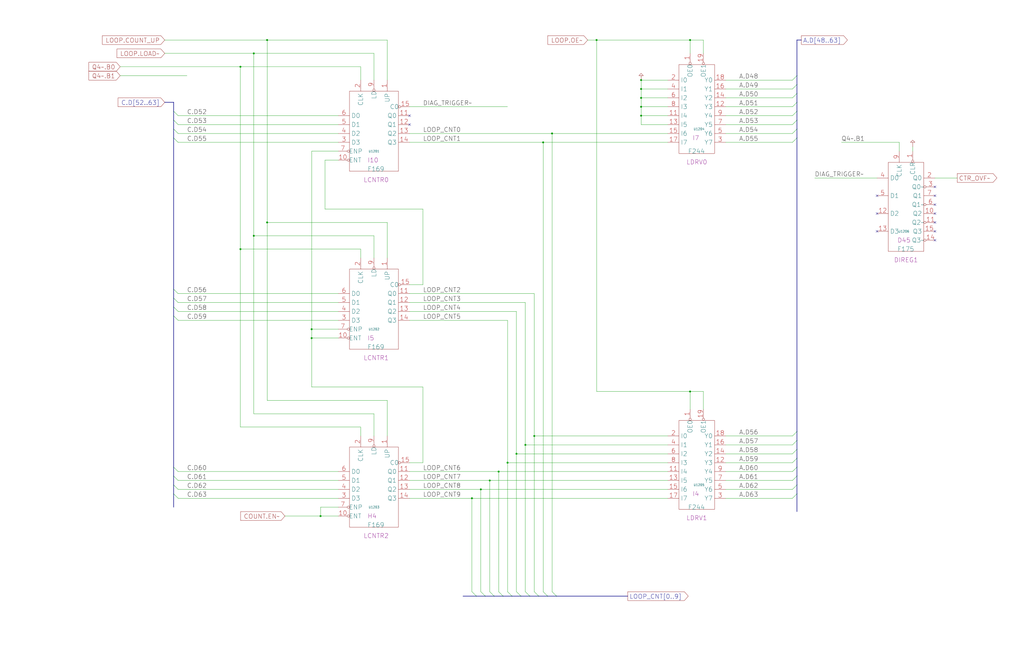
<source format=kicad_sch>
(kicad_sch (version 20211123) (generator eeschema)
  (paper "User" 584.2 378.46)
  (title_block (title "COUNTER LOGIC") (date "22-MAR-90") (rev "1.0") (comment 1 "VALUE") (comment 2 "232-003063") (comment 3 "S400") (comment 4 "RELEASED"))
  (lib_symbols
    (symbol "r1000:F169" (pin_names (offset 1.016))
      (property "Reference" "U" (at 2.54 5.08 0))
      (property "Value" "F169" (at -1.27 -5.08 0))
      (property "Location" "___" (at -1.27 0 0))
      (property "Name" "______" (at 3.81 -12.7 0))
      (symbol "F169_1_1"
        (circle (center -12.065 0) (radius 0.635))
        (circle (center -12.065 5.08) (radius 0.635))
        (rectangle (start -11.43 39.37) (end 16.51 -6.35))
        (circle (center 2.54 40.005) (radius 0.635))
        (circle (center 17.145 30.48) (radius 0.635))
        (pin input line (at 10.16 45.72 270) (length 6.35) (name "UP") (number "1"))
        (pin input line (at -17.78 0 0) (length 5.08) (name "ENT") (number "10"))
        (pin output line (at 22.86 25.4 180) (length 6.35) (name "Q0") (number "11"))
        (pin output line (at 22.86 20.32 180) (length 6.35) (name "Q1") (number "12"))
        (pin output line (at 22.86 15.24 180) (length 6.35) (name "Q2") (number "13"))
        (pin output line (at 22.86 10.16 180) (length 6.35) (name "Q3") (number "14"))
        (pin output line (at 22.86 30.48 180) (length 5.08) (name "C0") (number "15"))
        (pin input line (at -5.08 45.72 270) (length 6.35) (name "CLK") (number "2"))
        (pin input line (at -17.78 10.16 0) (length 6.35) (name "D3") (number "3"))
        (pin input line (at -17.78 15.24 0) (length 6.35) (name "D2") (number "4"))
        (pin input line (at -17.78 20.32 0) (length 6.35) (name "D1") (number "5"))
        (pin input line (at -17.78 25.4 0) (length 6.35) (name "D0") (number "6"))
        (pin input line (at -17.78 5.08 0) (length 5.08) (name "ENP") (number "7"))
        (pin input line (at 2.54 45.72 270) (length 5.08) (name "LD") (number "9"))
      )
    )
    (symbol "r1000:F175" (pin_names (offset 1.016))
      (property "Reference" "U" (at 2.54 5.08 0))
      (property "Value" "F175" (at -1.27 -5.08 0))
      (property "Location" "___" (at -1.27 0 0))
      (property "Name" "______" (at 3.81 -12.7 0))
      (symbol "F175_1_1"
        (rectangle (start -6.35 44.45) (end 13.97 -6.35))
        (circle (center 7.62 45.085) (radius 0.635))
        (circle (center 14.605 0) (radius 0.635))
        (circle (center 14.605 10.16) (radius 0.635))
        (circle (center 14.605 20.32) (radius 0.635))
        (circle (center 14.605 30.48) (radius 0.635))
        (pin input line (at 7.62 50.8 270) (length 5.08) (name "CLR") (number "1"))
        (pin output line (at 20.32 15.24 180) (length 6.35) (name "Q2") (number "10"))
        (pin output line (at 20.32 10.16 180) (length 5.08) (name "Q2~") (number "11"))
        (pin input line (at -12.7 15.24 0) (length 6.35) (name "D2") (number "12"))
        (pin input line (at -12.7 5.08 0) (length 6.35) (name "D3") (number "13"))
        (pin output line (at 20.32 0 180) (length 5.08) (name "Q3~") (number "14"))
        (pin output line (at 20.32 5.08 180) (length 6.35) (name "Q3") (number "15"))
        (pin output line (at 20.32 35.56 180) (length 6.35) (name "Q0") (number "2"))
        (pin output line (at 20.32 30.48 180) (length 5.08) (name "Q0~") (number "3"))
        (pin input line (at -12.7 35.56 0) (length 6.35) (name "D0") (number "4"))
        (pin input line (at -12.7 25.4 0) (length 6.35) (name "D1") (number "5"))
        (pin output line (at 20.32 20.32 180) (length 5.08) (name "Q1~") (number "6"))
        (pin output line (at 20.32 25.4 180) (length 6.35) (name "Q1") (number "7"))
        (pin input line (at 0 50.8 270) (length 6.35) (name "CLK") (number "9"))
      )
    )
    (symbol "r1000:F244" (pin_names (offset 1.016))
      (property "Reference" "U" (at 2.54 5.08 0))
      (property "Value" "F244" (at -3.81 -7.62 0))
      (property "Location" "___" (at -1.27 0 0))
      (property "Name" "______" (at 1.27 -15.24 0))
      (symbol "F244_1_1"
        (rectangle (start -8.89 41.91) (end 11.43 -8.89))
        (circle (center -2.54 42.545) (radius 0.635))
        (circle (center 5.08 42.545) (radius 0.635))
        (pin input line (at -2.54 48.26 270) (length 5.08) (name "OE0") (number "1"))
        (pin input line (at -15.24 12.7 0) (length 6.35) (name "I4") (number "11"))
        (pin tri_state line (at 17.78 17.78 180) (length 6.35) (name "Y3") (number "12"))
        (pin input line (at -15.24 7.62 0) (length 6.35) (name "I5") (number "13"))
        (pin tri_state line (at 17.78 22.86 180) (length 6.35) (name "Y2") (number "14"))
        (pin input line (at -15.24 2.54 0) (length 6.35) (name "I6") (number "15"))
        (pin tri_state line (at 17.78 27.94 180) (length 6.35) (name "Y1") (number "16"))
        (pin input line (at -15.24 -2.54 0) (length 6.35) (name "I7") (number "17"))
        (pin tri_state line (at 17.78 33.02 180) (length 6.35) (name "Y0") (number "18"))
        (pin input line (at 5.08 48.26 270) (length 5.08) (name "OE1") (number "19"))
        (pin input line (at -15.24 33.02 0) (length 6.35) (name "I0") (number "2"))
        (pin tri_state line (at 17.78 -2.54 180) (length 6.35) (name "Y7") (number "3"))
        (pin input line (at -15.24 27.94 0) (length 6.35) (name "I1") (number "4"))
        (pin tri_state line (at 17.78 2.54 180) (length 6.35) (name "Y6") (number "5"))
        (pin input line (at -15.24 22.86 0) (length 6.35) (name "I2") (number "6"))
        (pin tri_state line (at 17.78 7.62 180) (length 6.35) (name "Y5") (number "7"))
        (pin input line (at -15.24 17.78 0) (length 6.35) (name "I3") (number "8"))
        (pin tri_state line (at 17.78 12.7 180) (length 6.35) (name "Y4") (number "9"))
      )
    )
    (symbol "r1000:PU" (power) (pin_numbers hide) (pin_names hide)
      (symbol "PU_0_1"
        (polyline (pts (xy 0 2.54) (xy -1.27 2.54) (xy 0 3.81) (xy 1.27 2.54) (xy 0 2.54)) (stroke (width 0.1524)))
      )
      (symbol "PU_1_1"
        (pin power_in line (at 0 0 90) (length 2.54) (name "PU") (number "1"))
      )
    )
  )
  (bus (pts (xy 264.16 340.36) (xy 271.78 340.36)))
  (bus (pts (xy 271.78 340.36) (xy 276.86 340.36)))
  (bus (pts (xy 276.86 340.36) (xy 281.94 340.36)))
  (bus (pts (xy 281.94 340.36) (xy 287.02 340.36)))
  (bus (pts (xy 287.02 340.36) (xy 292.1 340.36)))
  (bus (pts (xy 292.1 340.36) (xy 297.18 340.36)))
  (bus (pts (xy 297.18 340.36) (xy 302.26 340.36)))
  (bus (pts (xy 302.26 340.36) (xy 307.34 340.36)))
  (bus (pts (xy 307.34 340.36) (xy 312.42 340.36)))
  (bus (pts (xy 312.42 340.36) (xy 317.5 340.36)))
  (bus (pts (xy 317.5 340.36) (xy 358.14 340.36)))
  (bus (pts (xy 454.66 22.86) (xy 454.66 43.18)))
  (bus (pts (xy 454.66 22.86) (xy 457.2 22.86)))
  (bus (pts (xy 454.66 246.38) (xy 454.66 251.46)))
  (bus (pts (xy 454.66 251.46) (xy 454.66 256.54)))
  (bus (pts (xy 454.66 256.54) (xy 454.66 261.62)))
  (bus (pts (xy 454.66 261.62) (xy 454.66 266.7)))
  (bus (pts (xy 454.66 266.7) (xy 454.66 271.78)))
  (bus (pts (xy 454.66 271.78) (xy 454.66 276.86)))
  (bus (pts (xy 454.66 276.86) (xy 454.66 281.94)))
  (bus (pts (xy 454.66 281.94) (xy 454.66 292.1)))
  (bus (pts (xy 454.66 43.18) (xy 454.66 48.26)))
  (bus (pts (xy 454.66 48.26) (xy 454.66 53.34)))
  (bus (pts (xy 454.66 53.34) (xy 454.66 58.42)))
  (bus (pts (xy 454.66 58.42) (xy 454.66 63.5)))
  (bus (pts (xy 454.66 63.5) (xy 454.66 68.58)))
  (bus (pts (xy 454.66 68.58) (xy 454.66 73.66)))
  (bus (pts (xy 454.66 73.66) (xy 454.66 78.74)))
  (bus (pts (xy 454.66 78.74) (xy 454.66 246.38)))
  (bus (pts (xy 93.98 58.42) (xy 99.06 58.42)))
  (bus (pts (xy 99.06 165.1) (xy 99.06 170.18)))
  (bus (pts (xy 99.06 170.18) (xy 99.06 175.26)))
  (bus (pts (xy 99.06 175.26) (xy 99.06 180.34)))
  (bus (pts (xy 99.06 180.34) (xy 99.06 266.7)))
  (bus (pts (xy 99.06 266.7) (xy 99.06 271.78)))
  (bus (pts (xy 99.06 271.78) (xy 99.06 276.86)))
  (bus (pts (xy 99.06 276.86) (xy 99.06 281.94)))
  (bus (pts (xy 99.06 281.94) (xy 99.06 289.56)))
  (bus (pts (xy 99.06 58.42) (xy 99.06 63.5)))
  (bus (pts (xy 99.06 63.5) (xy 99.06 68.58)))
  (bus (pts (xy 99.06 68.58) (xy 99.06 73.66)))
  (bus (pts (xy 99.06 73.66) (xy 99.06 78.74)))
  (bus (pts (xy 99.06 78.74) (xy 99.06 165.1)))
  (wire (pts (xy 101.6 167.64) (xy 193.04 167.64)))
  (wire (pts (xy 101.6 172.72) (xy 193.04 172.72)))
  (wire (pts (xy 101.6 177.8) (xy 193.04 177.8)))
  (wire (pts (xy 101.6 182.88) (xy 193.04 182.88)))
  (wire (pts (xy 101.6 269.24) (xy 193.04 269.24)))
  (wire (pts (xy 101.6 274.32) (xy 193.04 274.32)))
  (wire (pts (xy 101.6 279.4) (xy 193.04 279.4)))
  (wire (pts (xy 101.6 284.48) (xy 193.04 284.48)))
  (wire (pts (xy 101.6 66.04) (xy 193.04 66.04)))
  (wire (pts (xy 101.6 71.12) (xy 193.04 71.12)))
  (wire (pts (xy 101.6 76.2) (xy 193.04 76.2)))
  (wire (pts (xy 101.6 81.28) (xy 193.04 81.28)))
  (wire (pts (xy 137.16 142.24) (xy 137.16 38.1)))
  (wire (pts (xy 137.16 142.24) (xy 205.74 142.24)))
  (wire (pts (xy 137.16 243.84) (xy 137.16 142.24)))
  (wire (pts (xy 137.16 38.1) (xy 205.74 38.1)))
  (wire (pts (xy 144.78 134.62) (xy 144.78 30.48)))
  (wire (pts (xy 144.78 134.62) (xy 213.36 134.62)))
  (wire (pts (xy 144.78 236.22) (xy 144.78 134.62)))
  (wire (pts (xy 144.78 30.48) (xy 213.36 30.48)))
  (wire (pts (xy 152.4 127) (xy 152.4 22.86)))
  (wire (pts (xy 152.4 127) (xy 220.98 127)))
  (wire (pts (xy 152.4 22.86) (xy 220.98 22.86)))
  (wire (pts (xy 152.4 228.6) (xy 152.4 127)))
  (wire (pts (xy 162.56 294.64) (xy 182.88 294.64)))
  (wire (pts (xy 177.8 187.96) (xy 177.8 86.36)))
  (wire (pts (xy 177.8 187.96) (xy 193.04 187.96)))
  (wire (pts (xy 177.8 193.04) (xy 177.8 187.96)))
  (wire (pts (xy 177.8 193.04) (xy 193.04 193.04)))
  (wire (pts (xy 177.8 220.98) (xy 177.8 193.04)))
  (wire (pts (xy 177.8 86.36) (xy 193.04 86.36)))
  (wire (pts (xy 182.88 289.56) (xy 182.88 294.64)))
  (wire (pts (xy 182.88 294.64) (xy 193.04 294.64)))
  (wire (pts (xy 185.42 119.38) (xy 241.3 119.38)))
  (wire (pts (xy 185.42 91.44) (xy 185.42 119.38)))
  (wire (pts (xy 193.04 289.56) (xy 182.88 289.56)))
  (wire (pts (xy 193.04 91.44) (xy 185.42 91.44)))
  (wire (pts (xy 205.74 147.32) (xy 205.74 142.24)))
  (wire (pts (xy 205.74 243.84) (xy 137.16 243.84)))
  (wire (pts (xy 205.74 248.92) (xy 205.74 243.84)))
  (wire (pts (xy 205.74 38.1) (xy 205.74 45.72)))
  (wire (pts (xy 213.36 147.32) (xy 213.36 134.62)))
  (wire (pts (xy 213.36 236.22) (xy 144.78 236.22)))
  (wire (pts (xy 213.36 248.92) (xy 213.36 236.22)))
  (wire (pts (xy 213.36 30.48) (xy 213.36 45.72)))
  (wire (pts (xy 220.98 147.32) (xy 220.98 127)))
  (wire (pts (xy 220.98 22.86) (xy 220.98 45.72)))
  (wire (pts (xy 220.98 228.6) (xy 152.4 228.6)))
  (wire (pts (xy 220.98 248.92) (xy 220.98 228.6)))
  (wire (pts (xy 233.68 167.64) (xy 304.8 167.64)))
  (wire (pts (xy 233.68 172.72) (xy 299.72 172.72)))
  (wire (pts (xy 233.68 182.88) (xy 289.56 182.88)))
  (wire (pts (xy 233.68 264.16) (xy 241.3 264.16)))
  (wire (pts (xy 233.68 269.24) (xy 284.48 269.24)))
  (wire (pts (xy 233.68 274.32) (xy 279.4 274.32)))
  (wire (pts (xy 233.68 279.4) (xy 274.32 279.4)))
  (wire (pts (xy 233.68 284.48) (xy 269.24 284.48)))
  (wire (pts (xy 233.68 60.96) (xy 289.56 60.96)))
  (wire (pts (xy 233.68 76.2) (xy 314.96 76.2)))
  (wire (pts (xy 233.68 81.28) (xy 309.88 81.28)))
  (wire (pts (xy 241.3 119.38) (xy 241.3 162.56)))
  (wire (pts (xy 241.3 162.56) (xy 233.68 162.56)))
  (wire (pts (xy 241.3 220.98) (xy 177.8 220.98)))
  (wire (pts (xy 241.3 264.16) (xy 241.3 220.98)))
  (wire (pts (xy 269.24 284.48) (xy 269.24 337.82)))
  (wire (pts (xy 269.24 284.48) (xy 381 284.48)))
  (wire (pts (xy 274.32 279.4) (xy 274.32 337.82)))
  (wire (pts (xy 274.32 279.4) (xy 381 279.4)))
  (wire (pts (xy 279.4 274.32) (xy 279.4 337.82)))
  (wire (pts (xy 279.4 274.32) (xy 381 274.32)))
  (wire (pts (xy 284.48 269.24) (xy 284.48 337.82)))
  (wire (pts (xy 284.48 269.24) (xy 381 269.24)))
  (wire (pts (xy 289.56 182.88) (xy 289.56 264.16)))
  (wire (pts (xy 289.56 264.16) (xy 381 264.16)))
  (wire (pts (xy 289.56 337.82) (xy 289.56 264.16)))
  (wire (pts (xy 294.64 177.8) (xy 233.68 177.8)))
  (wire (pts (xy 294.64 259.08) (xy 294.64 177.8)))
  (wire (pts (xy 294.64 259.08) (xy 381 259.08)))
  (wire (pts (xy 294.64 337.82) (xy 294.64 259.08)))
  (wire (pts (xy 299.72 172.72) (xy 299.72 254)))
  (wire (pts (xy 299.72 254) (xy 381 254)))
  (wire (pts (xy 299.72 337.82) (xy 299.72 254)))
  (wire (pts (xy 304.8 167.64) (xy 304.8 248.92)))
  (wire (pts (xy 304.8 248.92) (xy 381 248.92)))
  (wire (pts (xy 304.8 337.82) (xy 304.8 248.92)))
  (wire (pts (xy 309.88 81.28) (xy 309.88 337.82)))
  (wire (pts (xy 309.88 81.28) (xy 381 81.28)))
  (wire (pts (xy 314.96 76.2) (xy 314.96 337.82)))
  (wire (pts (xy 314.96 76.2) (xy 381 76.2)))
  (wire (pts (xy 335.28 22.86) (xy 340.36 22.86)))
  (wire (pts (xy 340.36 22.86) (xy 340.36 223.52)))
  (wire (pts (xy 340.36 22.86) (xy 393.7 22.86)))
  (wire (pts (xy 340.36 223.52) (xy 393.7 223.52)))
  (wire (pts (xy 365.76 45.72) (xy 381 45.72)))
  (wire (pts (xy 365.76 50.8) (xy 365.76 45.72)))
  (wire (pts (xy 365.76 50.8) (xy 381 50.8)))
  (wire (pts (xy 365.76 55.88) (xy 365.76 50.8)))
  (wire (pts (xy 365.76 55.88) (xy 381 55.88)))
  (wire (pts (xy 365.76 60.96) (xy 365.76 55.88)))
  (wire (pts (xy 365.76 60.96) (xy 381 60.96)))
  (wire (pts (xy 365.76 66.04) (xy 365.76 60.96)))
  (wire (pts (xy 365.76 66.04) (xy 381 66.04)))
  (wire (pts (xy 365.76 71.12) (xy 365.76 66.04)))
  (wire (pts (xy 381 71.12) (xy 365.76 71.12)))
  (wire (pts (xy 393.7 22.86) (xy 393.7 30.48)))
  (wire (pts (xy 393.7 22.86) (xy 401.32 22.86)))
  (wire (pts (xy 393.7 223.52) (xy 393.7 233.68)))
  (wire (pts (xy 393.7 223.52) (xy 401.32 223.52)))
  (wire (pts (xy 401.32 22.86) (xy 401.32 30.48)))
  (wire (pts (xy 401.32 223.52) (xy 401.32 233.68)))
  (wire (pts (xy 414.02 248.92) (xy 452.12 248.92)))
  (wire (pts (xy 414.02 254) (xy 452.12 254)))
  (wire (pts (xy 414.02 259.08) (xy 452.12 259.08)))
  (wire (pts (xy 414.02 264.16) (xy 452.12 264.16)))
  (wire (pts (xy 414.02 269.24) (xy 452.12 269.24)))
  (wire (pts (xy 414.02 274.32) (xy 452.12 274.32)))
  (wire (pts (xy 414.02 279.4) (xy 452.12 279.4)))
  (wire (pts (xy 414.02 284.48) (xy 452.12 284.48)))
  (wire (pts (xy 414.02 45.72) (xy 452.12 45.72)))
  (wire (pts (xy 414.02 50.8) (xy 452.12 50.8)))
  (wire (pts (xy 414.02 55.88) (xy 452.12 55.88)))
  (wire (pts (xy 414.02 60.96) (xy 452.12 60.96)))
  (wire (pts (xy 414.02 66.04) (xy 452.12 66.04)))
  (wire (pts (xy 414.02 71.12) (xy 452.12 71.12)))
  (wire (pts (xy 414.02 76.2) (xy 452.12 76.2)))
  (wire (pts (xy 414.02 81.28) (xy 452.12 81.28)))
  (wire (pts (xy 464.82 101.6) (xy 500.38 101.6)))
  (wire (pts (xy 480.06 81.28) (xy 513.08 81.28)))
  (wire (pts (xy 513.08 81.28) (xy 513.08 86.36)))
  (wire (pts (xy 520.7 83.82) (xy 520.7 86.36)))
  (wire (pts (xy 533.4 101.6) (xy 546.1 101.6)))
  (wire (pts (xy 68.58 38.1) (xy 137.16 38.1)))
  (wire (pts (xy 68.58 43.18) (xy 106.68 43.18)))
  (wire (pts (xy 93.98 22.86) (xy 152.4 22.86)))
  (wire (pts (xy 93.98 30.48) (xy 144.78 30.48)))
  (global_label "Q4~.B0" (shape input) (at 68.58 38.1 180) (effects (font (size 2.54 2.54))) (property "Intersheet References" "${INTERSHEET_REFS}" (at 50.6911 37.9413 0) (effects (font (size 2.54 2.54)) (justify right))))
  (global_label "Q4~.B1" (shape input) (at 68.58 43.18 180) (effects (font (size 2.54 2.54))) (property "Intersheet References" "${INTERSHEET_REFS}" (at 50.6911 43.0213 0) (effects (font (size 2.54 2.54)) (justify right))))
  (global_label "LOOP.COUNT_UP" (shape input) (at 93.98 22.86 180) (effects (font (size 2.54 2.54))) (property "Intersheet References" "${INTERSHEET_REFS}" (at 58.4321 22.7013 0) (effects (font (size 2.54 2.54)) (justify right))))
  (global_label "LOOP.LOAD~" (shape input) (at 93.98 30.48 180) (effects (font (size 2.54 2.54))) (property "Intersheet References" "${INTERSHEET_REFS}" (at 66.7778 30.3213 0) (effects (font (size 2.54 2.54)) (justify right))))
  (global_label "C.D[52..63]" (shape input) (at 93.98 58.42 180) (effects (font (size 2.54 2.54))) (property "Intersheet References" "${INTERSHEET_REFS}" (at 67.3826 58.2613 0) (effects (font (size 2.54 2.54)) (justify right))))
  (bus_entry (at 99.06 63.5) (size 2.54 2.54))
  (bus_entry (at 99.06 68.58) (size 2.54 2.54))
  (bus_entry (at 99.06 73.66) (size 2.54 2.54))
  (bus_entry (at 99.06 78.74) (size 2.54 2.54))
  (bus_entry (at 99.06 165.1) (size 2.54 2.54))
  (bus_entry (at 99.06 170.18) (size 2.54 2.54))
  (bus_entry (at 99.06 175.26) (size 2.54 2.54))
  (bus_entry (at 99.06 180.34) (size 2.54 2.54))
  (bus_entry (at 99.06 266.7) (size 2.54 2.54))
  (bus_entry (at 99.06 271.78) (size 2.54 2.54))
  (bus_entry (at 99.06 276.86) (size 2.54 2.54))
  (bus_entry (at 99.06 281.94) (size 2.54 2.54))
  (label "C.D52" (at 106.68 66.04 0) (effects (font (size 2.54 2.54))))
  (label "C.D53" (at 106.68 71.12 0) (effects (font (size 2.54 2.54))))
  (label "C.D54" (at 106.68 76.2 0) (effects (font (size 2.54 2.54))))
  (label "C.D55" (at 106.68 81.28 0) (effects (font (size 2.54 2.54))))
  (label "C.D56" (at 106.68 167.64 0) (effects (font (size 2.54 2.54))))
  (label "C.D57" (at 106.68 172.72 0) (effects (font (size 2.54 2.54))))
  (label "C.D58" (at 106.68 177.8 0) (effects (font (size 2.54 2.54))))
  (label "C.D59" (at 106.68 182.88 0) (effects (font (size 2.54 2.54))))
  (label "C.D60" (at 106.68 269.24 0) (effects (font (size 2.54 2.54))))
  (label "C.D61" (at 106.68 274.32 0) (effects (font (size 2.54 2.54))))
  (label "C.D62" (at 106.68 279.4 0) (effects (font (size 2.54 2.54))))
  (label "C.D63" (at 106.68 284.48 0) (effects (font (size 2.54 2.54))))
  (junction (at 137.16 38.1))
  (junction (at 137.16 142.24))
  (junction (at 144.78 30.48))
  (junction (at 144.78 134.62))
  (junction (at 152.4 22.86))
  (junction (at 152.4 127))
  (global_label "COUNT.EN~" (shape input) (at 162.56 294.64 180) (effects (font (size 2.54 2.54))) (property "Intersheet References" "${INTERSHEET_REFS}" (at 137.293 294.4813 0) (effects (font (size 2.54 2.54)) (justify right))))
  (junction (at 177.8 187.96))
  (junction (at 177.8 193.04))
  (junction (at 182.88 294.64))
  (symbol (lib_id "r1000:F169") (at 210.82 91.44 0) (unit 1)
    (property "Reference" "U1201" (at 213.36 86.36 0))
    (property "Value" "F169" (at 209.55 96.52 0) (effects (font (size 2.54 2.54)) (justify left)))
    (property "Location" "I10" (at 209.55 91.44 0) (effects (font (size 2.54 2.54)) (justify left)))
    (property "Name" "LCNTR0" (at 214.63 104.14 0) (effects (font (size 2.54 2.54)) (justify bottom)))
  )
  (symbol (lib_id "r1000:F169") (at 210.82 193.04 0) (unit 1)
    (property "Reference" "U1202" (at 213.36 187.96 0))
    (property "Value" "F169" (at 209.55 198.12 0) (effects (font (size 2.54 2.54)) (justify left)))
    (property "Location" "I5" (at 209.55 193.04 0) (effects (font (size 2.54 2.54)) (justify left)))
    (property "Name" "LCNTR1" (at 214.63 205.74 0) (effects (font (size 2.54 2.54)) (justify bottom)))
  )
  (symbol (lib_id "r1000:F169") (at 210.82 294.64 0) (unit 1)
    (property "Reference" "U1203" (at 213.36 289.56 0))
    (property "Value" "F169" (at 209.55 299.72 0) (effects (font (size 2.54 2.54)) (justify left)))
    (property "Location" "H4" (at 209.55 294.64 0) (effects (font (size 2.54 2.54)) (justify left)))
    (property "Name" "LCNTR2" (at 214.63 307.34 0) (effects (font (size 2.54 2.54)) (justify bottom)))
  )
  (no_connect (at 233.68 66.04))
  (no_connect (at 233.68 71.12))
  (label "DIAG_TRIGGER~" (at 241.3 60.96 0) (effects (font (size 2.54 2.54))))
  (label "LOOP_CNT0" (at 241.3 76.2 0) (effects (font (size 2.54 2.54))))
  (label "LOOP_CNT1" (at 241.3 81.28 0) (effects (font (size 2.54 2.54))))
  (label "LOOP_CNT2" (at 241.3 167.64 0) (effects (font (size 2.54 2.54))))
  (label "LOOP_CNT3" (at 241.3 172.72 0) (effects (font (size 2.54 2.54))))
  (label "LOOP_CNT4" (at 241.3 177.8 0) (effects (font (size 2.54 2.54))))
  (label "LOOP_CNT5" (at 241.3 182.88 0) (effects (font (size 2.54 2.54))))
  (label "LOOP_CNT6" (at 241.3 269.24 0) (effects (font (size 2.54 2.54))))
  (label "LOOP_CNT7" (at 241.3 274.32 0) (effects (font (size 2.54 2.54))))
  (label "LOOP_CNT8" (at 241.3 279.4 0) (effects (font (size 2.54 2.54))))
  (label "LOOP_CNT9" (at 241.3 284.48 0) (effects (font (size 2.54 2.54))))
  (junction (at 269.24 284.48))
  (bus_entry (at 269.24 337.82) (size 2.54 2.54))
  (junction (at 274.32 279.4))
  (bus_entry (at 274.32 337.82) (size 2.54 2.54))
  (junction (at 279.4 274.32))
  (bus_entry (at 279.4 337.82) (size 2.54 2.54))
  (junction (at 284.48 269.24))
  (bus_entry (at 284.48 337.82) (size 2.54 2.54))
  (junction (at 289.56 264.16))
  (bus_entry (at 289.56 337.82) (size 2.54 2.54))
  (junction (at 294.64 259.08))
  (bus_entry (at 294.64 337.82) (size 2.54 2.54))
  (junction (at 299.72 254))
  (bus_entry (at 299.72 337.82) (size 2.54 2.54))
  (junction (at 304.8 248.92))
  (bus_entry (at 304.8 337.82) (size 2.54 2.54))
  (junction (at 309.88 81.28))
  (bus_entry (at 309.88 337.82) (size 2.54 2.54))
  (junction (at 314.96 76.2))
  (bus_entry (at 314.96 337.82) (size 2.54 2.54))
  (global_label "LOOP.OE~" (shape input) (at 335.28 22.86 180) (effects (font (size 2.54 2.54))) (property "Intersheet References" "${INTERSHEET_REFS}" (at 312.553 22.7013 0) (effects (font (size 2.54 2.54)) (justify right))))
  (junction (at 340.36 22.86))
  (global_label "LOOP_CNT[0..9]" (shape output) (at 358.14 340.36 0) (effects (font (size 2.54 2.54))) (property "Intersheet References" "${INTERSHEET_REFS}" (at 392.5993 340.2013 0) (effects (font (size 2.54 2.54)) (justify left))))
  (junction (at 365.76 45.72))
  (symbol (lib_id "r1000:PU") (at 365.76 45.72 0) (unit 1)
    (property "Reference" "#PWR01201" (effects hide))
    (property "Value" "PU" (effects hide))
  )
  (junction (at 365.76 50.8))
  (junction (at 365.76 55.88))
  (junction (at 365.76 60.96))
  (junction (at 365.76 66.04))
  (junction (at 393.7 22.86))
  (junction (at 393.7 223.52))
  (symbol (lib_id "r1000:F244") (at 396.24 78.74 0) (unit 1)
    (property "Reference" "U1204" (at 398.78 73.66 0))
    (property "Value" "F244" (at 392.43 86.36 0) (effects (font (size 2.54 2.54)) (justify left)))
    (property "Location" "I7" (at 394.97 78.74 0) (effects (font (size 2.54 2.54)) (justify left)))
    (property "Name" "LDRV0" (at 397.51 93.98 0) (effects (font (size 2.54 2.54)) (justify bottom)))
  )
  (symbol (lib_id "r1000:F244") (at 396.24 281.94 0) (unit 1)
    (property "Reference" "U1205" (at 398.78 276.86 0))
    (property "Value" "F244" (at 392.43 289.56 0) (effects (font (size 2.54 2.54)) (justify left)))
    (property "Location" "I4" (at 394.97 281.94 0) (effects (font (size 2.54 2.54)) (justify left)))
    (property "Name" "LDRV1" (at 397.51 297.18 0) (effects (font (size 2.54 2.54)) (justify bottom)))
  )
  (label "A.D48" (at 421.64 45.72 0) (effects (font (size 2.54 2.54))))
  (label "A.D49" (at 421.64 50.8 0) (effects (font (size 2.54 2.54))))
  (label "A.D50" (at 421.64 55.88 0) (effects (font (size 2.54 2.54))))
  (label "A.D51" (at 421.64 60.96 0) (effects (font (size 2.54 2.54))))
  (label "A.D52" (at 421.64 66.04 0) (effects (font (size 2.54 2.54))))
  (label "A.D53" (at 421.64 71.12 0) (effects (font (size 2.54 2.54))))
  (label "A.D54" (at 421.64 76.2 0) (effects (font (size 2.54 2.54))))
  (label "A.D55" (at 421.64 81.28 0) (effects (font (size 2.54 2.54))))
  (label "A.D56" (at 421.64 248.92 0) (effects (font (size 2.54 2.54))))
  (label "A.D57" (at 421.64 254 0) (effects (font (size 2.54 2.54))))
  (label "A.D58" (at 421.64 259.08 0) (effects (font (size 2.54 2.54))))
  (label "A.D59" (at 421.64 264.16 0) (effects (font (size 2.54 2.54))))
  (label "A.D60" (at 421.64 269.24 0) (effects (font (size 2.54 2.54))))
  (label "A.D61" (at 421.64 274.32 0) (effects (font (size 2.54 2.54))))
  (label "A.D62" (at 421.64 279.4 0) (effects (font (size 2.54 2.54))))
  (label "A.D63" (at 421.64 284.48 0) (effects (font (size 2.54 2.54))))
  (bus_entry (at 454.66 43.18) (size -2.54 2.54))
  (bus_entry (at 454.66 48.26) (size -2.54 2.54))
  (bus_entry (at 454.66 53.34) (size -2.54 2.54))
  (bus_entry (at 454.66 58.42) (size -2.54 2.54))
  (bus_entry (at 454.66 63.5) (size -2.54 2.54))
  (bus_entry (at 454.66 68.58) (size -2.54 2.54))
  (bus_entry (at 454.66 73.66) (size -2.54 2.54))
  (bus_entry (at 454.66 78.74) (size -2.54 2.54))
  (bus_entry (at 454.66 246.38) (size -2.54 2.54))
  (bus_entry (at 454.66 251.46) (size -2.54 2.54))
  (bus_entry (at 454.66 256.54) (size -2.54 2.54))
  (bus_entry (at 454.66 261.62) (size -2.54 2.54))
  (bus_entry (at 454.66 266.7) (size -2.54 2.54))
  (bus_entry (at 454.66 271.78) (size -2.54 2.54))
  (bus_entry (at 454.66 276.86) (size -2.54 2.54))
  (bus_entry (at 454.66 281.94) (size -2.54 2.54))
  (global_label "A.D[48..63]" (shape output) (at 457.2 22.86 0) (effects (font (size 2.54 2.54))) (property "Intersheet References" "${INTERSHEET_REFS}" (at 483.4346 22.7013 0) (effects (font (size 2.54 2.54)) (justify left))))
  (label "DIAG_TRIGGER~" (at 464.82 101.6 0) (effects (font (size 2.54 2.54))))
  (label "Q4~.B1" (at 480.06 81.28 0) (effects (font (size 2.54 2.54))))
  (no_connect (at 500.38 111.76))
  (no_connect (at 500.38 121.92))
  (no_connect (at 500.38 132.08))
  (symbol (lib_id "r1000:F175") (at 513.08 137.16 0) (unit 1)
    (property "Reference" "U1206" (at 515.62 132.08 0))
    (property "Value" "F175" (at 511.81 142.24 0) (effects (font (size 2.54 2.54)) (justify left)))
    (property "Location" "D45" (at 511.81 137.16 0) (effects (font (size 2.54 2.54)) (justify left)))
    (property "Name" "DIREG1" (at 516.89 149.86 0) (effects (font (size 2.54 2.54)) (justify bottom)))
  )
  (symbol (lib_id "r1000:PU") (at 520.7 83.82 0) (unit 1)
    (property "Reference" "#PWR01202" (effects hide))
    (property "Value" "PU" (effects hide))
  )
  (no_connect (at 533.4 106.68))
  (no_connect (at 533.4 111.76))
  (no_connect (at 533.4 116.84))
  (no_connect (at 533.4 121.92))
  (no_connect (at 533.4 127))
  (no_connect (at 533.4 132.08))
  (no_connect (at 533.4 137.16))
  (global_label "CTR_OVF~" (shape output) (at 546.1 101.6 0) (effects (font (size 2.54 2.54))) (property "Intersheet References" "${INTERSHEET_REFS}" (at 568.706 101.4413 0) (effects (font (size 2.54 2.54)) (justify left))))
)
</source>
